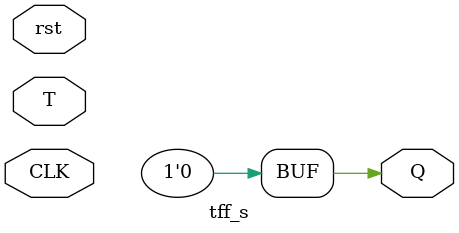
<source format=v>
`timescale 1ns / 1ps


module tff_s(T,Q,CLK,rst);

    input T,CLK,rst;
    output reg Q;
    
    always @(negedge CLK && rst) begin
        Q <= T^Q;
    end

    always @(!rst) Q <= 0;
    
endmodule

</source>
